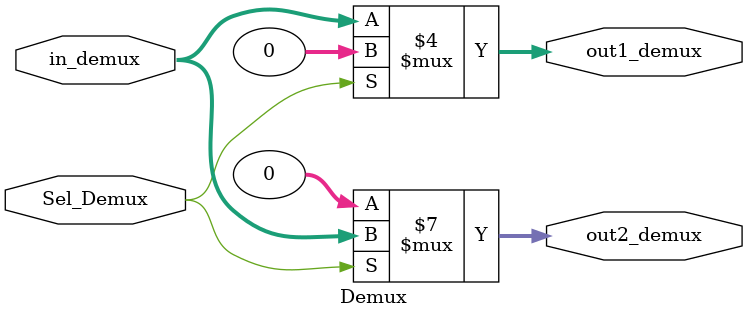
<source format=v>


`timescale 1ns/10ps

module Demux (
    Sel_Demux,
    in_demux,
    out1_demux,
    out2_demux
);


input [0:0] Sel_Demux;
input [31:0] in_demux;
output [31:0] out1_demux;
reg [31:0] out1_demux;
output [31:0] out2_demux;
reg [31:0] out2_demux;




always @(in_demux, Sel_Demux) begin: DEMUX_BEHAVIOR_DEMUX
    out1_demux = 0;
    out2_demux = 0;
    if ((Sel_Demux == 0)) begin
        out1_demux = in_demux;
    end
    else begin
        out2_demux = in_demux;
    end
end

endmodule

</source>
